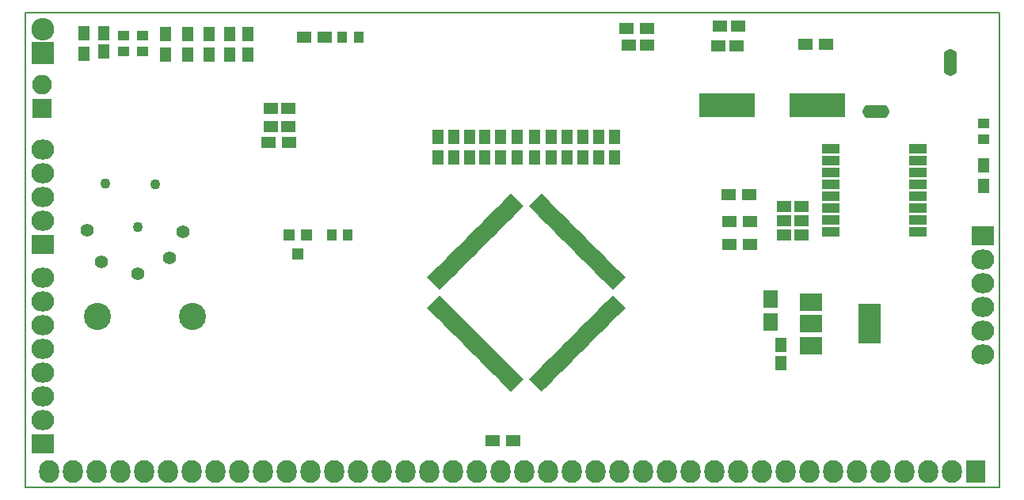
<source format=gbr>
%TF.GenerationSoftware,KiCad,Pcbnew,4.0.7*%
%TF.CreationDate,2018-08-29T22:41:10+01:00*%
%TF.ProjectId,RGBToComposite,524742546F436F6D706F736974652E6B,rev?*%
%TF.FileFunction,Soldermask,Top*%
%FSLAX46Y46*%
G04 Gerber Fmt 4.6, Leading zero omitted, Abs format (unit mm)*
G04 Created by KiCad (PCBNEW 4.0.7) date 08/29/18 22:41:10*
%MOMM*%
%LPD*%
G01*
G04 APERTURE LIST*
%ADD10C,0.150000*%
%ADD11C,1.100000*%
%ADD12C,2.899360*%
%ADD13C,1.400000*%
%ADD14R,2.127200X2.432000*%
%ADD15O,2.127200X2.432000*%
%ADD16R,1.900000X1.000000*%
%ADD17R,1.150000X1.600000*%
%ADD18R,1.600000X1.150000*%
%ADD19R,2.432000X2.127200*%
%ADD20O,2.432000X2.127200*%
%ADD21R,1.300000X1.600000*%
%ADD22R,1.600000X1.300000*%
%ADD23R,2.400000X4.200000*%
%ADD24R,2.400000X1.900000*%
%ADD25R,1.200000X1.000000*%
%ADD26R,6.000700X2.500580*%
%ADD27O,2.900000X1.400000*%
%ADD28O,1.400000X2.900000*%
%ADD29R,2.432000X2.432000*%
%ADD30O,2.432000X2.432000*%
%ADD31R,1.650000X1.900000*%
%ADD32R,1.000000X1.200000*%
%ADD33R,1.200000X1.300000*%
%ADD34R,2.100000X2.100000*%
%ADD35O,2.100000X2.100000*%
G04 APERTURE END LIST*
D10*
X99060000Y-82550000D02*
X99060000Y-133350000D01*
X203200000Y-82550000D02*
X99060000Y-82550000D01*
X203200000Y-133350000D02*
X203200000Y-82550000D01*
X99060000Y-133350000D02*
X203200000Y-133350000D01*
D11*
X107620000Y-100860000D03*
D12*
X116950000Y-115065000D03*
X106790000Y-115065000D03*
D13*
X107230000Y-109190000D03*
X111150000Y-110470000D03*
X114490000Y-108810000D03*
X115900000Y-105990000D03*
X105730000Y-105840000D03*
D11*
X111090000Y-105470000D03*
X112960000Y-100920000D03*
D10*
G36*
X142518373Y-114611321D02*
X142023398Y-114116346D01*
X143366901Y-112772843D01*
X143861876Y-113267818D01*
X142518373Y-114611321D01*
X142518373Y-114611321D01*
G37*
G36*
X142871926Y-114964874D02*
X142376951Y-114469899D01*
X143720454Y-113126396D01*
X144215429Y-113621371D01*
X142871926Y-114964874D01*
X142871926Y-114964874D01*
G37*
G36*
X143225480Y-115318427D02*
X142730505Y-114823452D01*
X144074008Y-113479949D01*
X144568983Y-113974924D01*
X143225480Y-115318427D01*
X143225480Y-115318427D01*
G37*
G36*
X143579033Y-115671981D02*
X143084058Y-115177006D01*
X144427561Y-113833503D01*
X144922536Y-114328478D01*
X143579033Y-115671981D01*
X143579033Y-115671981D01*
G37*
G36*
X143932587Y-116025534D02*
X143437612Y-115530559D01*
X144781115Y-114187056D01*
X145276090Y-114682031D01*
X143932587Y-116025534D01*
X143932587Y-116025534D01*
G37*
G36*
X144286140Y-116379087D02*
X143791165Y-115884112D01*
X145134668Y-114540609D01*
X145629643Y-115035584D01*
X144286140Y-116379087D01*
X144286140Y-116379087D01*
G37*
G36*
X144639693Y-116732641D02*
X144144718Y-116237666D01*
X145488221Y-114894163D01*
X145983196Y-115389138D01*
X144639693Y-116732641D01*
X144639693Y-116732641D01*
G37*
G36*
X144993247Y-117086194D02*
X144498272Y-116591219D01*
X145841775Y-115247716D01*
X146336750Y-115742691D01*
X144993247Y-117086194D01*
X144993247Y-117086194D01*
G37*
G36*
X145346800Y-117439748D02*
X144851825Y-116944773D01*
X146195328Y-115601270D01*
X146690303Y-116096245D01*
X145346800Y-117439748D01*
X145346800Y-117439748D01*
G37*
G36*
X145700354Y-117793301D02*
X145205379Y-117298326D01*
X146548882Y-115954823D01*
X147043857Y-116449798D01*
X145700354Y-117793301D01*
X145700354Y-117793301D01*
G37*
G36*
X146053907Y-118146854D02*
X145558932Y-117651879D01*
X146902435Y-116308376D01*
X147397410Y-116803351D01*
X146053907Y-118146854D01*
X146053907Y-118146854D01*
G37*
G36*
X146407460Y-118500408D02*
X145912485Y-118005433D01*
X147255988Y-116661930D01*
X147750963Y-117156905D01*
X146407460Y-118500408D01*
X146407460Y-118500408D01*
G37*
G36*
X146761014Y-118853961D02*
X146266039Y-118358986D01*
X147609542Y-117015483D01*
X148104517Y-117510458D01*
X146761014Y-118853961D01*
X146761014Y-118853961D01*
G37*
G36*
X147114567Y-119207515D02*
X146619592Y-118712540D01*
X147963095Y-117369037D01*
X148458070Y-117864012D01*
X147114567Y-119207515D01*
X147114567Y-119207515D01*
G37*
G36*
X147468121Y-119561068D02*
X146973146Y-119066093D01*
X148316649Y-117722590D01*
X148811624Y-118217565D01*
X147468121Y-119561068D01*
X147468121Y-119561068D01*
G37*
G36*
X147821674Y-119914621D02*
X147326699Y-119419646D01*
X148670202Y-118076143D01*
X149165177Y-118571118D01*
X147821674Y-119914621D01*
X147821674Y-119914621D01*
G37*
G36*
X148175227Y-120268175D02*
X147680252Y-119773200D01*
X149023755Y-118429697D01*
X149518730Y-118924672D01*
X148175227Y-120268175D01*
X148175227Y-120268175D01*
G37*
G36*
X148528781Y-120621728D02*
X148033806Y-120126753D01*
X149377309Y-118783250D01*
X149872284Y-119278225D01*
X148528781Y-120621728D01*
X148528781Y-120621728D01*
G37*
G36*
X148882334Y-120975282D02*
X148387359Y-120480307D01*
X149730862Y-119136804D01*
X150225837Y-119631779D01*
X148882334Y-120975282D01*
X148882334Y-120975282D01*
G37*
G36*
X149235888Y-121328835D02*
X148740913Y-120833860D01*
X150084416Y-119490357D01*
X150579391Y-119985332D01*
X149235888Y-121328835D01*
X149235888Y-121328835D01*
G37*
G36*
X149589441Y-121682388D02*
X149094466Y-121187413D01*
X150437969Y-119843910D01*
X150932944Y-120338885D01*
X149589441Y-121682388D01*
X149589441Y-121682388D01*
G37*
G36*
X149942994Y-122035942D02*
X149448019Y-121540967D01*
X150791522Y-120197464D01*
X151286497Y-120692439D01*
X149942994Y-122035942D01*
X149942994Y-122035942D01*
G37*
G36*
X150296548Y-122389495D02*
X149801573Y-121894520D01*
X151145076Y-120551017D01*
X151640051Y-121045992D01*
X150296548Y-122389495D01*
X150296548Y-122389495D01*
G37*
G36*
X150650101Y-122743049D02*
X150155126Y-122248074D01*
X151498629Y-120904571D01*
X151993604Y-121399546D01*
X150650101Y-122743049D01*
X150650101Y-122743049D01*
G37*
G36*
X151003654Y-123096602D02*
X150508679Y-122601627D01*
X151852182Y-121258124D01*
X152347157Y-121753099D01*
X151003654Y-123096602D01*
X151003654Y-123096602D01*
G37*
G36*
X154751321Y-122601627D02*
X154256346Y-123096602D01*
X152912843Y-121753099D01*
X153407818Y-121258124D01*
X154751321Y-122601627D01*
X154751321Y-122601627D01*
G37*
G36*
X155104874Y-122248074D02*
X154609899Y-122743049D01*
X153266396Y-121399546D01*
X153761371Y-120904571D01*
X155104874Y-122248074D01*
X155104874Y-122248074D01*
G37*
G36*
X155458427Y-121894520D02*
X154963452Y-122389495D01*
X153619949Y-121045992D01*
X154114924Y-120551017D01*
X155458427Y-121894520D01*
X155458427Y-121894520D01*
G37*
G36*
X155811981Y-121540967D02*
X155317006Y-122035942D01*
X153973503Y-120692439D01*
X154468478Y-120197464D01*
X155811981Y-121540967D01*
X155811981Y-121540967D01*
G37*
G36*
X156165534Y-121187413D02*
X155670559Y-121682388D01*
X154327056Y-120338885D01*
X154822031Y-119843910D01*
X156165534Y-121187413D01*
X156165534Y-121187413D01*
G37*
G36*
X156519087Y-120833860D02*
X156024112Y-121328835D01*
X154680609Y-119985332D01*
X155175584Y-119490357D01*
X156519087Y-120833860D01*
X156519087Y-120833860D01*
G37*
G36*
X156872641Y-120480307D02*
X156377666Y-120975282D01*
X155034163Y-119631779D01*
X155529138Y-119136804D01*
X156872641Y-120480307D01*
X156872641Y-120480307D01*
G37*
G36*
X157226194Y-120126753D02*
X156731219Y-120621728D01*
X155387716Y-119278225D01*
X155882691Y-118783250D01*
X157226194Y-120126753D01*
X157226194Y-120126753D01*
G37*
G36*
X157579748Y-119773200D02*
X157084773Y-120268175D01*
X155741270Y-118924672D01*
X156236245Y-118429697D01*
X157579748Y-119773200D01*
X157579748Y-119773200D01*
G37*
G36*
X157933301Y-119419646D02*
X157438326Y-119914621D01*
X156094823Y-118571118D01*
X156589798Y-118076143D01*
X157933301Y-119419646D01*
X157933301Y-119419646D01*
G37*
G36*
X158286854Y-119066093D02*
X157791879Y-119561068D01*
X156448376Y-118217565D01*
X156943351Y-117722590D01*
X158286854Y-119066093D01*
X158286854Y-119066093D01*
G37*
G36*
X158640408Y-118712540D02*
X158145433Y-119207515D01*
X156801930Y-117864012D01*
X157296905Y-117369037D01*
X158640408Y-118712540D01*
X158640408Y-118712540D01*
G37*
G36*
X158993961Y-118358986D02*
X158498986Y-118853961D01*
X157155483Y-117510458D01*
X157650458Y-117015483D01*
X158993961Y-118358986D01*
X158993961Y-118358986D01*
G37*
G36*
X159347515Y-118005433D02*
X158852540Y-118500408D01*
X157509037Y-117156905D01*
X158004012Y-116661930D01*
X159347515Y-118005433D01*
X159347515Y-118005433D01*
G37*
G36*
X159701068Y-117651879D02*
X159206093Y-118146854D01*
X157862590Y-116803351D01*
X158357565Y-116308376D01*
X159701068Y-117651879D01*
X159701068Y-117651879D01*
G37*
G36*
X160054621Y-117298326D02*
X159559646Y-117793301D01*
X158216143Y-116449798D01*
X158711118Y-115954823D01*
X160054621Y-117298326D01*
X160054621Y-117298326D01*
G37*
G36*
X160408175Y-116944773D02*
X159913200Y-117439748D01*
X158569697Y-116096245D01*
X159064672Y-115601270D01*
X160408175Y-116944773D01*
X160408175Y-116944773D01*
G37*
G36*
X160761728Y-116591219D02*
X160266753Y-117086194D01*
X158923250Y-115742691D01*
X159418225Y-115247716D01*
X160761728Y-116591219D01*
X160761728Y-116591219D01*
G37*
G36*
X161115282Y-116237666D02*
X160620307Y-116732641D01*
X159276804Y-115389138D01*
X159771779Y-114894163D01*
X161115282Y-116237666D01*
X161115282Y-116237666D01*
G37*
G36*
X161468835Y-115884112D02*
X160973860Y-116379087D01*
X159630357Y-115035584D01*
X160125332Y-114540609D01*
X161468835Y-115884112D01*
X161468835Y-115884112D01*
G37*
G36*
X161822388Y-115530559D02*
X161327413Y-116025534D01*
X159983910Y-114682031D01*
X160478885Y-114187056D01*
X161822388Y-115530559D01*
X161822388Y-115530559D01*
G37*
G36*
X162175942Y-115177006D02*
X161680967Y-115671981D01*
X160337464Y-114328478D01*
X160832439Y-113833503D01*
X162175942Y-115177006D01*
X162175942Y-115177006D01*
G37*
G36*
X162529495Y-114823452D02*
X162034520Y-115318427D01*
X160691017Y-113974924D01*
X161185992Y-113479949D01*
X162529495Y-114823452D01*
X162529495Y-114823452D01*
G37*
G36*
X162883049Y-114469899D02*
X162388074Y-114964874D01*
X161044571Y-113621371D01*
X161539546Y-113126396D01*
X162883049Y-114469899D01*
X162883049Y-114469899D01*
G37*
G36*
X163236602Y-114116346D02*
X162741627Y-114611321D01*
X161398124Y-113267818D01*
X161893099Y-112772843D01*
X163236602Y-114116346D01*
X163236602Y-114116346D01*
G37*
G36*
X161893099Y-112207157D02*
X161398124Y-111712182D01*
X162741627Y-110368679D01*
X163236602Y-110863654D01*
X161893099Y-112207157D01*
X161893099Y-112207157D01*
G37*
G36*
X161539546Y-111853604D02*
X161044571Y-111358629D01*
X162388074Y-110015126D01*
X162883049Y-110510101D01*
X161539546Y-111853604D01*
X161539546Y-111853604D01*
G37*
G36*
X161185992Y-111500051D02*
X160691017Y-111005076D01*
X162034520Y-109661573D01*
X162529495Y-110156548D01*
X161185992Y-111500051D01*
X161185992Y-111500051D01*
G37*
G36*
X160832439Y-111146497D02*
X160337464Y-110651522D01*
X161680967Y-109308019D01*
X162175942Y-109802994D01*
X160832439Y-111146497D01*
X160832439Y-111146497D01*
G37*
G36*
X160478885Y-110792944D02*
X159983910Y-110297969D01*
X161327413Y-108954466D01*
X161822388Y-109449441D01*
X160478885Y-110792944D01*
X160478885Y-110792944D01*
G37*
G36*
X160125332Y-110439391D02*
X159630357Y-109944416D01*
X160973860Y-108600913D01*
X161468835Y-109095888D01*
X160125332Y-110439391D01*
X160125332Y-110439391D01*
G37*
G36*
X159771779Y-110085837D02*
X159276804Y-109590862D01*
X160620307Y-108247359D01*
X161115282Y-108742334D01*
X159771779Y-110085837D01*
X159771779Y-110085837D01*
G37*
G36*
X159418225Y-109732284D02*
X158923250Y-109237309D01*
X160266753Y-107893806D01*
X160761728Y-108388781D01*
X159418225Y-109732284D01*
X159418225Y-109732284D01*
G37*
G36*
X159064672Y-109378730D02*
X158569697Y-108883755D01*
X159913200Y-107540252D01*
X160408175Y-108035227D01*
X159064672Y-109378730D01*
X159064672Y-109378730D01*
G37*
G36*
X158711118Y-109025177D02*
X158216143Y-108530202D01*
X159559646Y-107186699D01*
X160054621Y-107681674D01*
X158711118Y-109025177D01*
X158711118Y-109025177D01*
G37*
G36*
X158357565Y-108671624D02*
X157862590Y-108176649D01*
X159206093Y-106833146D01*
X159701068Y-107328121D01*
X158357565Y-108671624D01*
X158357565Y-108671624D01*
G37*
G36*
X158004012Y-108318070D02*
X157509037Y-107823095D01*
X158852540Y-106479592D01*
X159347515Y-106974567D01*
X158004012Y-108318070D01*
X158004012Y-108318070D01*
G37*
G36*
X157650458Y-107964517D02*
X157155483Y-107469542D01*
X158498986Y-106126039D01*
X158993961Y-106621014D01*
X157650458Y-107964517D01*
X157650458Y-107964517D01*
G37*
G36*
X157296905Y-107610963D02*
X156801930Y-107115988D01*
X158145433Y-105772485D01*
X158640408Y-106267460D01*
X157296905Y-107610963D01*
X157296905Y-107610963D01*
G37*
G36*
X156943351Y-107257410D02*
X156448376Y-106762435D01*
X157791879Y-105418932D01*
X158286854Y-105913907D01*
X156943351Y-107257410D01*
X156943351Y-107257410D01*
G37*
G36*
X156589798Y-106903857D02*
X156094823Y-106408882D01*
X157438326Y-105065379D01*
X157933301Y-105560354D01*
X156589798Y-106903857D01*
X156589798Y-106903857D01*
G37*
G36*
X156236245Y-106550303D02*
X155741270Y-106055328D01*
X157084773Y-104711825D01*
X157579748Y-105206800D01*
X156236245Y-106550303D01*
X156236245Y-106550303D01*
G37*
G36*
X155882691Y-106196750D02*
X155387716Y-105701775D01*
X156731219Y-104358272D01*
X157226194Y-104853247D01*
X155882691Y-106196750D01*
X155882691Y-106196750D01*
G37*
G36*
X155529138Y-105843196D02*
X155034163Y-105348221D01*
X156377666Y-104004718D01*
X156872641Y-104499693D01*
X155529138Y-105843196D01*
X155529138Y-105843196D01*
G37*
G36*
X155175584Y-105489643D02*
X154680609Y-104994668D01*
X156024112Y-103651165D01*
X156519087Y-104146140D01*
X155175584Y-105489643D01*
X155175584Y-105489643D01*
G37*
G36*
X154822031Y-105136090D02*
X154327056Y-104641115D01*
X155670559Y-103297612D01*
X156165534Y-103792587D01*
X154822031Y-105136090D01*
X154822031Y-105136090D01*
G37*
G36*
X154468478Y-104782536D02*
X153973503Y-104287561D01*
X155317006Y-102944058D01*
X155811981Y-103439033D01*
X154468478Y-104782536D01*
X154468478Y-104782536D01*
G37*
G36*
X154114924Y-104428983D02*
X153619949Y-103934008D01*
X154963452Y-102590505D01*
X155458427Y-103085480D01*
X154114924Y-104428983D01*
X154114924Y-104428983D01*
G37*
G36*
X153761371Y-104075429D02*
X153266396Y-103580454D01*
X154609899Y-102236951D01*
X155104874Y-102731926D01*
X153761371Y-104075429D01*
X153761371Y-104075429D01*
G37*
G36*
X153407818Y-103721876D02*
X152912843Y-103226901D01*
X154256346Y-101883398D01*
X154751321Y-102378373D01*
X153407818Y-103721876D01*
X153407818Y-103721876D01*
G37*
G36*
X152347157Y-103226901D02*
X151852182Y-103721876D01*
X150508679Y-102378373D01*
X151003654Y-101883398D01*
X152347157Y-103226901D01*
X152347157Y-103226901D01*
G37*
G36*
X151993604Y-103580454D02*
X151498629Y-104075429D01*
X150155126Y-102731926D01*
X150650101Y-102236951D01*
X151993604Y-103580454D01*
X151993604Y-103580454D01*
G37*
G36*
X151640051Y-103934008D02*
X151145076Y-104428983D01*
X149801573Y-103085480D01*
X150296548Y-102590505D01*
X151640051Y-103934008D01*
X151640051Y-103934008D01*
G37*
G36*
X151286497Y-104287561D02*
X150791522Y-104782536D01*
X149448019Y-103439033D01*
X149942994Y-102944058D01*
X151286497Y-104287561D01*
X151286497Y-104287561D01*
G37*
G36*
X150932944Y-104641115D02*
X150437969Y-105136090D01*
X149094466Y-103792587D01*
X149589441Y-103297612D01*
X150932944Y-104641115D01*
X150932944Y-104641115D01*
G37*
G36*
X150579391Y-104994668D02*
X150084416Y-105489643D01*
X148740913Y-104146140D01*
X149235888Y-103651165D01*
X150579391Y-104994668D01*
X150579391Y-104994668D01*
G37*
G36*
X150225837Y-105348221D02*
X149730862Y-105843196D01*
X148387359Y-104499693D01*
X148882334Y-104004718D01*
X150225837Y-105348221D01*
X150225837Y-105348221D01*
G37*
G36*
X149872284Y-105701775D02*
X149377309Y-106196750D01*
X148033806Y-104853247D01*
X148528781Y-104358272D01*
X149872284Y-105701775D01*
X149872284Y-105701775D01*
G37*
G36*
X149518730Y-106055328D02*
X149023755Y-106550303D01*
X147680252Y-105206800D01*
X148175227Y-104711825D01*
X149518730Y-106055328D01*
X149518730Y-106055328D01*
G37*
G36*
X149165177Y-106408882D02*
X148670202Y-106903857D01*
X147326699Y-105560354D01*
X147821674Y-105065379D01*
X149165177Y-106408882D01*
X149165177Y-106408882D01*
G37*
G36*
X148811624Y-106762435D02*
X148316649Y-107257410D01*
X146973146Y-105913907D01*
X147468121Y-105418932D01*
X148811624Y-106762435D01*
X148811624Y-106762435D01*
G37*
G36*
X148458070Y-107115988D02*
X147963095Y-107610963D01*
X146619592Y-106267460D01*
X147114567Y-105772485D01*
X148458070Y-107115988D01*
X148458070Y-107115988D01*
G37*
G36*
X148104517Y-107469542D02*
X147609542Y-107964517D01*
X146266039Y-106621014D01*
X146761014Y-106126039D01*
X148104517Y-107469542D01*
X148104517Y-107469542D01*
G37*
G36*
X147750963Y-107823095D02*
X147255988Y-108318070D01*
X145912485Y-106974567D01*
X146407460Y-106479592D01*
X147750963Y-107823095D01*
X147750963Y-107823095D01*
G37*
G36*
X147397410Y-108176649D02*
X146902435Y-108671624D01*
X145558932Y-107328121D01*
X146053907Y-106833146D01*
X147397410Y-108176649D01*
X147397410Y-108176649D01*
G37*
G36*
X147043857Y-108530202D02*
X146548882Y-109025177D01*
X145205379Y-107681674D01*
X145700354Y-107186699D01*
X147043857Y-108530202D01*
X147043857Y-108530202D01*
G37*
G36*
X146690303Y-108883755D02*
X146195328Y-109378730D01*
X144851825Y-108035227D01*
X145346800Y-107540252D01*
X146690303Y-108883755D01*
X146690303Y-108883755D01*
G37*
G36*
X146336750Y-109237309D02*
X145841775Y-109732284D01*
X144498272Y-108388781D01*
X144993247Y-107893806D01*
X146336750Y-109237309D01*
X146336750Y-109237309D01*
G37*
G36*
X145983196Y-109590862D02*
X145488221Y-110085837D01*
X144144718Y-108742334D01*
X144639693Y-108247359D01*
X145983196Y-109590862D01*
X145983196Y-109590862D01*
G37*
G36*
X145629643Y-109944416D02*
X145134668Y-110439391D01*
X143791165Y-109095888D01*
X144286140Y-108600913D01*
X145629643Y-109944416D01*
X145629643Y-109944416D01*
G37*
G36*
X145276090Y-110297969D02*
X144781115Y-110792944D01*
X143437612Y-109449441D01*
X143932587Y-108954466D01*
X145276090Y-110297969D01*
X145276090Y-110297969D01*
G37*
G36*
X144922536Y-110651522D02*
X144427561Y-111146497D01*
X143084058Y-109802994D01*
X143579033Y-109308019D01*
X144922536Y-110651522D01*
X144922536Y-110651522D01*
G37*
G36*
X144568983Y-111005076D02*
X144074008Y-111500051D01*
X142730505Y-110156548D01*
X143225480Y-109661573D01*
X144568983Y-111005076D01*
X144568983Y-111005076D01*
G37*
G36*
X144215429Y-111358629D02*
X143720454Y-111853604D01*
X142376951Y-110510101D01*
X142871926Y-110015126D01*
X144215429Y-111358629D01*
X144215429Y-111358629D01*
G37*
G36*
X143861876Y-111712182D02*
X143366901Y-112207157D01*
X142023398Y-110863654D01*
X142518373Y-110368679D01*
X143861876Y-111712182D01*
X143861876Y-111712182D01*
G37*
D14*
X200650000Y-131640000D03*
D15*
X198110000Y-131640000D03*
X195570000Y-131640000D03*
X193030000Y-131640000D03*
X190490000Y-131640000D03*
X187950000Y-131640000D03*
X185410000Y-131640000D03*
X182870000Y-131640000D03*
X180330000Y-131640000D03*
X177790000Y-131640000D03*
X175250000Y-131640000D03*
X172710000Y-131640000D03*
X170170000Y-131640000D03*
X167630000Y-131640000D03*
X165090000Y-131640000D03*
X162550000Y-131640000D03*
X160010000Y-131640000D03*
X157470000Y-131640000D03*
X154930000Y-131640000D03*
X152390000Y-131640000D03*
X149850000Y-131640000D03*
X147310000Y-131640000D03*
X144770000Y-131640000D03*
X142230000Y-131640000D03*
X139690000Y-131640000D03*
X137150000Y-131640000D03*
X134610000Y-131640000D03*
X132070000Y-131640000D03*
X129530000Y-131640000D03*
X126990000Y-131640000D03*
X124450000Y-131640000D03*
X121910000Y-131640000D03*
X119370000Y-131640000D03*
X116830000Y-131640000D03*
X114290000Y-131640000D03*
X111750000Y-131640000D03*
X109210000Y-131640000D03*
X106670000Y-131640000D03*
X104130000Y-131640000D03*
X101590000Y-131640000D03*
D16*
X185220000Y-97095000D03*
X185220000Y-98365000D03*
X185220000Y-99635000D03*
X185220000Y-100905000D03*
X185220000Y-102175000D03*
X185220000Y-103445000D03*
X185220000Y-104715000D03*
X185220000Y-105985000D03*
X194520000Y-105985000D03*
X194520000Y-104715000D03*
X194520000Y-103445000D03*
X194520000Y-102175000D03*
X194520000Y-100905000D03*
X194520000Y-99635000D03*
X194520000Y-98365000D03*
X194520000Y-97095000D03*
D17*
X179890000Y-118110000D03*
X179890000Y-120010000D03*
D18*
X165540000Y-85990000D03*
X163640000Y-85990000D03*
X180160000Y-106330000D03*
X182060000Y-106330000D03*
X180160000Y-104790000D03*
X182060000Y-104790000D03*
D19*
X201430000Y-106380000D03*
D20*
X201430000Y-108920000D03*
X201430000Y-111460000D03*
X201430000Y-114000000D03*
X201430000Y-116540000D03*
X201430000Y-119080000D03*
D21*
X201500000Y-98900000D03*
X201500000Y-101100000D03*
X158665000Y-95835000D03*
X158665000Y-98035000D03*
X156975000Y-95845000D03*
X156975000Y-98045000D03*
X155275000Y-95835000D03*
X155275000Y-98035000D03*
X153525000Y-95835000D03*
X153525000Y-98035000D03*
X151700000Y-95810000D03*
X151700000Y-98010000D03*
X149915000Y-95815000D03*
X149915000Y-98015000D03*
X148225000Y-95815000D03*
X148225000Y-98015000D03*
X146545000Y-95805000D03*
X146545000Y-98005000D03*
X144880000Y-95810000D03*
X144880000Y-98010000D03*
X143210000Y-95810000D03*
X143210000Y-98010000D03*
D22*
X176560000Y-107370000D03*
X174360000Y-107370000D03*
X176560000Y-104910000D03*
X174360000Y-104910000D03*
X176500000Y-102030000D03*
X174300000Y-102030000D03*
X165580000Y-84280000D03*
X163380000Y-84280000D03*
X182470000Y-85940000D03*
X184670000Y-85940000D03*
D23*
X189350000Y-115850000D03*
D24*
X183050000Y-115850000D03*
X183050000Y-118150000D03*
X183050000Y-113550000D03*
D18*
X180160000Y-103270000D03*
X182060000Y-103270000D03*
X173370000Y-84010000D03*
X175270000Y-84010000D03*
D25*
X201550000Y-94370000D03*
X201550000Y-96070000D03*
D26*
X174081140Y-92430000D03*
X183778860Y-92430000D03*
D27*
X190009000Y-93160500D03*
D28*
X198010000Y-87890000D03*
D21*
X162070000Y-95840000D03*
X162070000Y-98040000D03*
X160350000Y-95840000D03*
X160350000Y-98040000D03*
D19*
X100970000Y-128690000D03*
D20*
X100970000Y-126150000D03*
X100970000Y-123610000D03*
X100970000Y-121070000D03*
X100970000Y-118530000D03*
X100970000Y-115990000D03*
X100970000Y-113450000D03*
X100970000Y-110910000D03*
D19*
X100970000Y-107340000D03*
D20*
X100970000Y-104800000D03*
X100970000Y-102260000D03*
X100970000Y-99720000D03*
X100970000Y-97180000D03*
D21*
X122920000Y-87040000D03*
X122920000Y-84840000D03*
X120895000Y-87015000D03*
X120895000Y-84815000D03*
X118745000Y-87015000D03*
X118745000Y-84815000D03*
X116445000Y-87015000D03*
X116445000Y-84815000D03*
X114070000Y-87015000D03*
X114070000Y-84815000D03*
D17*
X107445000Y-84765000D03*
X107445000Y-86665000D03*
D29*
X100920000Y-86865000D03*
D30*
X100920000Y-84325000D03*
D22*
X151270000Y-128390000D03*
X149070000Y-128390000D03*
D31*
X178730000Y-115690000D03*
X178730000Y-113190000D03*
D32*
X134689000Y-85139000D03*
X132989000Y-85139000D03*
D22*
X131129000Y-85139000D03*
X128929000Y-85139000D03*
D25*
X111620000Y-84965000D03*
X111620000Y-86665000D03*
X109620000Y-86665000D03*
X109620000Y-84965000D03*
D32*
X131820000Y-106365000D03*
X133520000Y-106365000D03*
D21*
X105345000Y-86965000D03*
X105345000Y-84765000D03*
D18*
X173210000Y-86060000D03*
X175110000Y-86060000D03*
D33*
X129145000Y-106365000D03*
X127245000Y-106365000D03*
X128195000Y-108365000D03*
D18*
X125295000Y-92790000D03*
X127195000Y-92790000D03*
X125295000Y-94715000D03*
X127195000Y-94715000D03*
D22*
X125120000Y-96465000D03*
X127320000Y-96465000D03*
D34*
X100870000Y-92790000D03*
D35*
X100870000Y-90250000D03*
M02*

</source>
